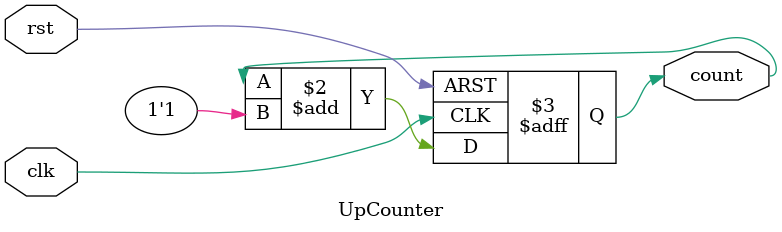
<source format=v>
module UpCounter(input wire clk,rst,output reg count);

always @(posedge clk or posedge rst)begin
	if(rst)
		count <= 0;
	else
		count <= count + 1'b1;
end

endmodule

</source>
